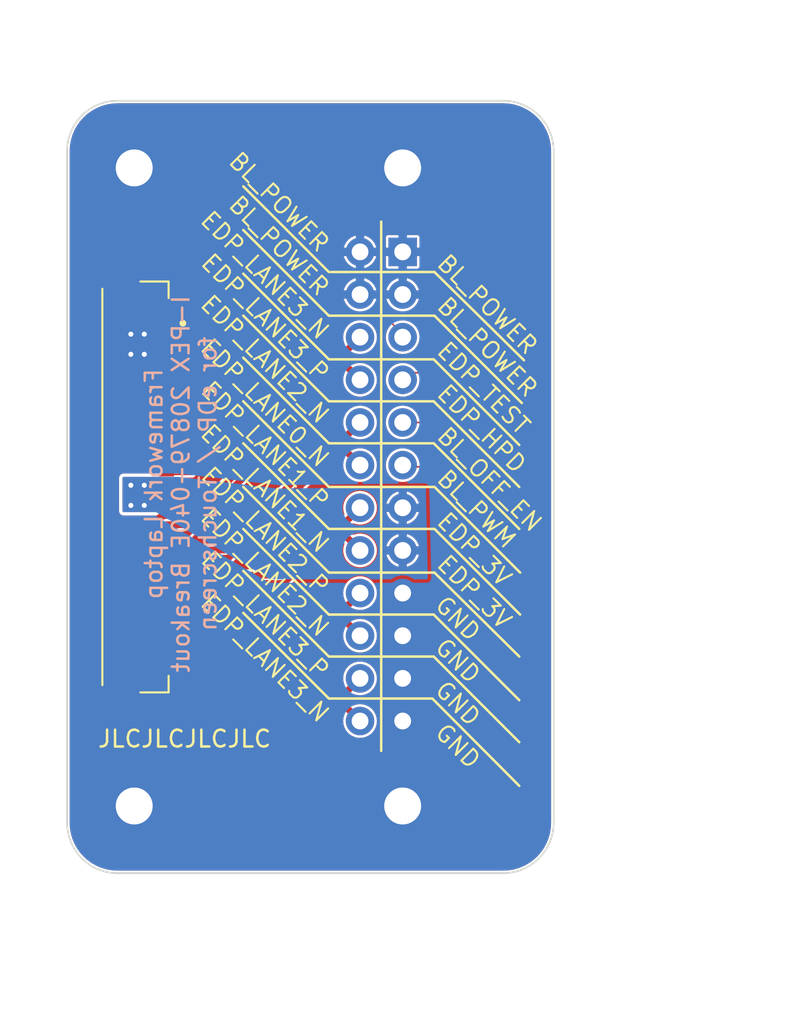
<source format=kicad_pcb>
(kicad_pcb (version 20211014) (generator pcbnew)
  (title_block (rev "5"))
  (layers (0 "F.Cu" signal) (31 "B.Cu" signal) (34 "B.Paste" user) (35 "F.Paste" user) (36 "B.SilkS" user "B.Silkscreen") (37 "F.SilkS" user "F.Silkscreen") (38 "B.Mask" user) (39 "F.Mask" user) (44 "Edge.Cuts" user))
  (net 0 "")
  (net 1 "AUX_P")
  (net 2 "AUX_N")
  (net 3 "EDP_LANE0_P")
  (net 4 "EDP_LANE0_N")
  (net 5 "EDP_LANE1_P")
  (net 6 "EDP_LANE1_N")
  (net 7 "EDP_LANE2_P")
  (net 8 "EDP_LANE2_N")
  (net 9 "EDP_LANE3_P")
  (net 10 "EDP_LANE3_N")
  (net 11 "EDP_HPD")
  (net 12 "BL_PWM_LCD")
  (net 13 "BL_OFF_EN")
  (net 14 "GND")
  (net 15 "EDP_3V")
  (net 16 "BL_POWER")
  (net 17 "EDP_SELF_TEST")
  (footprint "MountingHole:MountingHole_2.2mm_M2_DIN965_Pad" (layer "F.Cu") (at 174 95)
    (fp_text reference "H4" hide)
    (fp_text value "MountingHole_Pad")
    (pad "1" thru_hole circle (at 0 0) (size 3.8 3.8) (drill 2.2) (layers *.Cu *.Mask) (net 14 "GND"))
  )
  (footprint "MountingHole:MountingHole_2.2mm_M2_DIN965_Pad" (layer "F.Cu") (at 158 57)
    (fp_text reference "H1" hide)
    (fp_text value "MountingHole_Pad")
    (pad "1" thru_hole circle (at 0 0) (size 3.8 3.8) (drill 2.2) (layers *.Cu *.Mask) (net 14 "GND"))
  )
  (footprint "MountingHole:MountingHole_2.2mm_M2_DIN965_Pad" (layer "F.Cu") (at 158 95)
    (fp_text reference "H2" hide)
    (fp_text value "MountingHole_Pad")
    (pad "1" thru_hole circle (at 0 0) (size 3.8 3.8) (drill 2.2) (layers *.Cu *.Mask) (net 14 "GND"))
  )
  (footprint "MountingHole:MountingHole_2.2mm_M2_DIN965_Pad" (layer "F.Cu") (at 174 57)
    (fp_text reference "H3" hide)
    (fp_text value "MountingHole_Pad")
    (pad "1" thru_hole circle (at 0 0) (size 3.8 3.8) (drill 2.2) (layers *.Cu *.Mask) (net 14 "GND"))
  )
  (footprint "Connector_PinSocket_2.54mm:PinSocket_2x12_P2.54mm_Vertical" (layer "F.Cu") (at 174 62)
    (fp_text reference "J2" hide)
    (fp_text value "Conn_01x40")
    (pad "1" thru_hole rect (at 0 0) (size 1.7 1.7) (drill 1) (layers *.Cu *.Mask) (net 16 "BL_POWER"))
    (pad "2" thru_hole oval (at -2.54 0) (size 1.7 1.7) (drill 1) (layers *.Cu *.Mask) (net 16 "BL_POWER"))
    (pad "3" thru_hole oval (at 0 2.54) (size 1.7 1.7) (drill 1) (layers *.Cu *.Mask) (net 16 "BL_POWER"))
    (pad "4" thru_hole oval (at -2.54 2.54) (size 1.7 1.7) (drill 1) (layers *.Cu *.Mask) (net 16 "BL_POWER"))
    (pad "5" thru_hole oval (at 0 5.08) (size 1.7 1.7) (drill 1) (layers *.Cu *.Mask) (net 17 "EDP_SELF_TEST"))
    (pad "6" thru_hole oval (at -2.54 5.08) (size 1.7 1.7) (drill 1) (layers *.Cu *.Mask) (net 2 "AUX_N"))
    (pad "7" thru_hole oval (at 0 7.62) (size 1.7 1.7) (drill 1) (layers *.Cu *.Mask) (net 11 "EDP_HPD"))
    (pad "8" thru_hole oval (at -2.54 7.62) (size 1.7 1.7) (drill 1) (layers *.Cu *.Mask) (net 1 "AUX_P"))
    (pad "9" thru_hole oval (at 0 10.16) (size 1.7 1.7) (drill 1) (layers *.Cu *.Mask) (net 13 "BL_OFF_EN"))
    (pad "10" thru_hole oval (at -2.54 10.16) (size 1.7 1.7) (drill 1) (layers *.Cu *.Mask) (net 3 "EDP_LANE0_P"))
    (pad "11" thru_hole oval (at 0 12.7) (size 1.7 1.7) (drill 1) (layers *.Cu *.Mask) (net 12 "BL_PWM_LCD"))
    (pad "12" thru_hole oval (at -2.54 12.7) (size 1.7 1.7) (drill 1) (layers *.Cu *.Mask) (net 4 "EDP_LANE0_N"))
    (pad "13" thru_hole oval (at 0 15.24) (size 1.7 1.7) (drill 1) (layers *.Cu *.Mask) (net 15 "EDP_3V"))
    (pad "14" thru_hole oval (at -2.54 15.24) (size 1.7 1.7) (drill 1) (layers *.Cu *.Mask) (net 5 "EDP_LANE1_P"))
    (pad "15" thru_hole oval (at 0 17.78) (size 1.7 1.7) (drill 1) (layers *.Cu *.Mask) (net 15 "EDP_3V"))
    (pad "16" thru_hole oval (at -2.54 17.78) (size 1.7 1.7) (drill 1) (layers *.Cu *.Mask) (net 6 "EDP_LANE1_N"))
    (pad "17" thru_hole oval (at 0 20.32) (size 1.7 1.7) (drill 1) (layers *.Cu *.Mask) (net 14 "GND"))
    (pad "18" thru_hole oval (at -2.54 20.32) (size 1.7 1.7) (drill 1) (layers *.Cu *.Mask) (net 7 "EDP_LANE2_P"))
    (pad "19" thru_hole oval (at 0 22.86) (size 1.7 1.7) (drill 1) (layers *.Cu *.Mask) (net 14 "GND"))
    (pad "20" thru_hole oval (at -2.54 22.86) (size 1.7 1.7) (drill 1) (layers *.Cu *.Mask) (net 8 "EDP_LANE2_N"))
    (pad "21" thru_hole oval (at 0 25.4) (size 1.7 1.7) (drill 1) (layers *.Cu *.Mask) (net 14 "GND"))
    (pad "22" thru_hole oval (at -2.54 25.4) (size 1.7 1.7) (drill 1) (layers *.Cu *.Mask) (net 9 "EDP_LANE3_P"))
    (pad "23" thru_hole oval (at 0 27.94) (size 1.7 1.7) (drill 1) (layers *.Cu *.Mask) (net 14 "GND"))
    (pad "24" thru_hole oval (at -2.54 27.94) (size 1.7 1.7) (drill 1) (layers *.Cu *.Mask) (net 10 "EDP_LANE3_N"))
  )
  (footprint "footprints:IPEX_20455-040E-76" (layer "F.Cu") (at 158 76 -90)
    (fp_text reference "J1" hide)
    (fp_text value "20879-040E-01")
    (fp_line (start 11.25 -2.05) (end 12.235 -2.05) (layer "F.SilkS") (width 0.127))
    (fp_line (start -12.235 -2.05) (end -11.25 -2.05) (layer "F.SilkS") (width 0.127))
    (fp_line (start -12.235 -2.05) (end -12.235 -0.37) (layer "F.SilkS") (width 0.127))
    (fp_line (start 12.235 -2.05) (end 12.235 -0.37) (layer "F.SilkS") (width 0.127))
    (fp_line (start -11.8 1.9) (end 11.8 1.9) (layer "F.SilkS") (width 0.127))
    (fp_circle (center -9.75 -2.9) (end -9.65 -2.9) (layer "F.SilkS") (width 0.2) (fill none))
    (pad "1" smd rect (at 9.75 -1.92 270) (size 0.25 0.9) (layers "F.Cu" "F.Paste" "F.Mask"))
    (pad "2" smd rect (at 9.25 -1.92 270) (size 0.25 0.9) (layers "F.Cu" "F.Paste" "F.Mask") (net 14 "GND"))
    (pad "3" smd rect (at 8.75 -1.92 270) (size 0.25 0.9) (layers "F.Cu" "F.Paste" "F.Mask") (net 10 "EDP_LANE3_N"))
    (pad "4" smd rect (at 8.25 -1.92 270) (size 0.25 0.9) (layers "F.Cu" "F.Paste" "F.Mask") (net 9 "EDP_LANE3_P"))
    (pad "5" smd rect (at 7.75 -1.92 270) (size 0.25 0.9) (layers "F.Cu" "F.Paste" "F.Mask") (net 14 "GND"))
    (pad "6" smd rect (at 7.25 -1.92 270) (size 0.25 0.9) (layers "F.Cu" "F.Paste" "F.Mask") (net 8 "EDP_LANE2_N"))
    (pad "7" smd rect (at 6.75 -1.92 270) (size 0.25 0.9) (layers "F.Cu" "F.Paste" "F.Mask") (net 7 "EDP_LANE2_P"))
    (pad "8" smd rect (at 6.25 -1.92 270) (size 0.25 0.9) (layers "F.Cu" "F.Paste" "F.Mask") (net 14 "GND"))
    (pad "9" smd rect (at 5.75 -1.92 270) (size 0.25 0.9) (layers "F.Cu" "F.Paste" "F.Mask") (net 6 "EDP_LANE1_N"))
    (pad "10" smd rect (at 5.25 -1.92 270) (size 0.25 0.9) (layers "F.Cu" "F.Paste" "F.Mask") (net 5 "EDP_LANE1_P"))
    (pad "11" smd rect (at 4.75 -1.92 270) (size 0.25 0.9) (layers "F.Cu" "F.Paste" "F.Mask") (net 14 "GND"))
    (pad "12" smd rect (at 4.25 -1.92 270) (size 0.25 0.9) (layers "F.Cu" "F.Paste" "F.Mask") (net 4 "EDP_LANE0_N"))
    (pad "13" smd rect (at 3.75 -1.92 270) (size 0.25 0.9) (layers "F.Cu" "F.Paste" "F.Mask") (net 3 "EDP_LANE0_P"))
    (pad "14" smd rect (at 3.25 -1.92 270) (size 0.25 0.9) (layers "F.Cu" "F.Paste" "F.Mask") (net 14 "GND"))
    (pad "15" smd rect (at 2.75 -1.92 270) (size 0.25 0.9) (layers "F.Cu" "F.Paste" "F.Mask") (net 1 "AUX_P"))
    (pad "16" smd rect (at 2.25 -1.92 270) (size 0.25 0.9) (layers "F.Cu" "F.Paste" "F.Mask") (net 2 "AUX_N"))
    (pad "17" smd rect (at 1.75 -1.92 270) (size 0.25 0.9) (layers "F.Cu" "F.Paste" "F.Mask") (net 14 "GND"))
    (pad "18" smd rect (at 1.25 -1.92 270) (size 0.25 0.9) (layers "F.Cu" "F.Paste" "F.Mask") (net 15 "EDP_3V"))
    (pad "19" smd rect (at 0.75 -1.92 270) (size 0.25 0.9) (layers "F.Cu" "F.Paste" "F.Mask") (net 15 "EDP_3V"))
    (pad "20" smd rect (at 0.25 -1.92 270) (size 0.25 0.9) (layers "F.Cu" "F.Paste" "F.Mask") (net 15 "EDP_3V"))
    (pad "21" smd rect (at -0.25 -1.92 270) (size 0.25 0.9) (layers "F.Cu" "F.Paste" "F.Mask") (net 15 "EDP_3V"))
    (pad "22" smd rect (at -0.75 -1.92 270) (size 0.25 0.9) (layers "F.Cu" "F.Paste" "F.Mask") (net 17 "EDP_SELF_TEST"))
    (pad "23" smd rect (at -1.25 -1.92 270) (size 0.25 0.9) (layers "F.Cu" "F.Paste" "F.Mask") (net 14 "GND"))
    (pad "24" smd rect (at -1.75 -1.92 270) (size 0.25 0.9) (layers "F.Cu" "F.Paste" "F.Mask") (net 14 "GND"))
    (pad "25" smd rect (at -2.25 -1.92 270) (size 0.25 0.9) (layers "F.Cu" "F.Paste" "F.Mask") (net 14 "GND"))
    (pad "26" smd rect (at -2.75 -1.92 270) (size 0.25 0.9) (layers "F.Cu" "F.Paste" "F.Mask") (net 14 "GND"))
    (pad "27" smd rect (at -3.25 -1.92 270) (size 0.25 0.9) (layers "F.Cu" "F.Paste" "F.Mask") (net 11 "EDP_HPD"))
    (pad "28" smd rect (at -3.75 -1.92 270) (size 0.25 0.9) (layers "F.Cu" "F.Paste" "F.Mask") (net 14 "GND"))
    (pad "29" smd rect (at -4.25 -1.92 270) (size 0.25 0.9) (layers "F.Cu" "F.Paste" "F.Mask") (net 14 "GND"))
    (pad "30" smd rect (at -4.75 -1.92 270) (size 0.25 0.9) (layers "F.Cu" "F.Paste" "F.Mask") (net 14 "GND"))
    (pad "31" smd rect (at -5.25 -1.92 270) (size 0.25 0.9) (layers "F.Cu" "F.Paste" "F.Mask") (net 14 "GND"))
    (pad "32" smd rect (at -5.75 -1.92 270) (size 0.25 0.9) (layers "F.Cu" "F.Paste" "F.Mask") (net 13 "BL_OFF_EN"))
    (pad "33" smd rect (at -6.25 -1.92 270) (size 0.25 0.9) (layers "F.Cu" "F.Paste" "F.Mask") (net 12 "BL_PWM_LCD"))
    (pad "34" smd rect (at -6.75 -1.92 270) (size 0.25 0.9) (layers "F.Cu" "F.Paste" "F.Mask"))
    (pad "35" smd rect (at -7.25 -1.92 270) (size 0.25 0.9) (layers "F.Cu" "F.Paste" "F.Mask"))
    (pad "36" smd rect (at -7.75 -1.92 270) (size 0.25 0.9) (layers "F.Cu" "F.Paste" "F.Mask") (net 16 "BL_POWER"))
    (pad "37" smd rect (at -8.25 -1.92 270) (size 0.25 0.9) (layers "F.Cu" "F.Paste" "F.Mask") (net 16 "BL_POWER"))
    (pad "38" smd rect (at -8.75 -1.92 270) (size 0.25 0.9) (layers "F.Cu" "F.Paste" "F.Mask") (net 16 "BL_POWER"))
    (pad "39" smd rect (at -9.25 -1.92 270) (size 0.25 0.9) (layers "F.Cu" "F.Paste" "F.Mask") (net 16 "BL_POWER"))
    (pad "40" smd rect (at -9.75 -1.92 270) (size 0.25 0.9) (layers "F.Cu" "F.Paste" "F.Mask"))
    (pad "S1" smd rect (at -10.65 -1.92 270) (size 0.55 0.9) (layers "F.Cu" "F.Paste" "F.Mask") (net 14 "GND"))
    (pad "S2" smd rect (at -12.85 0.9 270) (size 1.4 1.9) (layers "F.Cu" "F.Paste" "F.Mask") (net 14 "GND"))
    (pad "S3" smd rect (at 10.65 -1.92 270) (size 0.55 0.9) (layers "F.Cu" "F.Paste" "F.Mask") (net 14 "GND"))
    (pad "S4" smd rect (at 12.85 0.9 270) (size 1.4 1.9) (layers "F.Cu" "F.Paste" "F.Mask") (net 14 "GND"))
  )
  (gr_line (start 175.768 88.6) (end 169.6 88.6) (layer "F.SilkS") (width 0.15))
  (gr_line (start 169.6 83.6) (end 164.5 78.5) (layer "F.SilkS") (width 0.15))
  (gr_line (start 175.85 70.9) (end 169.6 70.9) (layer "F.SilkS") (width 0.15))
  (gr_line (start 169.6 76) (end 164.5 70.9) (layer "F.SilkS") (width 0.15))
  (gr_line (start 169.6 88.6) (end 164.5 83.5) (layer "F.SilkS") (width 0.15))
  (gr_line (start 169.6 65.8) (end 164.5 60.7) (layer "F.SilkS") (width 0.15))
  (gr_line (start 175.85 73.4) (end 180.95 78.5) (layer "F.SilkS") (width 0.15))
  (gr_line (start 175.895 65.8) (end 181.102 71) (layer "F.SilkS") (width 0.15))
  (gr_line (start 175.85 83.6) (end 180.95 88.7) (layer "F.SilkS") (width 0.15))
  (gr_line (start 175.85 86.1) (end 180.95 91.2) (layer "F.SilkS") (width 0.15))
  (gr_line (start 175.85 68.4) (end 180.95 73.5) (layer "F.SilkS") (width 0.15))
  (gr_line (start 169.6 73.4) (end 164.5 68.3) (layer "F.SilkS") (width 0.15))
  (gr_line (start 175.895 81.1) (end 180.95 86.1) (layer "F.SilkS") (width 0.15))
  (gr_line (start 175.9 76) (end 181 81.1) (layer "F.SilkS") (width 0.15))
  (gr_line (start 175.768 88.6) (end 180.95 93.8) (layer "F.SilkS") (width 0.15))
  (gr_line (start 169.6 81.1) (end 164.5 76) (layer "F.SilkS") (width 0.15))
  (gr_line (start 169.6 70.9) (end 164.5 65.8) (layer "F.SilkS") (width 0.15))
  (gr_line (start 169.6 68.4) (end 164.5 63.3) (layer "F.SilkS") (width 0.15))
  (gr_line (start 175.85 86.1) (end 169.6 86.1) (layer "F.SilkS") (width 0.15))
  (gr_line (start 169.6 86.1) (end 164.5 81) (layer "F.SilkS") (width 0.15))
  (gr_line (start 175.9 78.5) (end 181 83.6) (layer "F.SilkS") (width 0.15))
  (gr_line (start 175.895 63.2) (end 169.727 63.2) (layer "F.SilkS") (width 0.15))
  (gr_line (start 175.895 65.8) (end 169.6 65.8) (layer "F.SilkS") (width 0.15))
  (gr_line (start 175.85 68.4) (end 169.6 68.4) (layer "F.SilkS") (width 0.15))
  (gr_line (start 175.9 76) (end 169.6 76) (layer "F.SilkS") (width 0.15))
  (gr_line (start 175.895 63.2) (end 181.229 68.453) (layer "F.SilkS") (width 0.15))
  (gr_line (start 175.85 73.4) (end 169.6 73.4) (layer "F.SilkS") (width 0.15))
  (gr_line (start 175.85 83.6) (end 169.6 83.6) (layer "F.SilkS") (width 0.15))
  (gr_line (start 172.72 60.198) (end 172.72 91.72) (layer "F.SilkS") (width 0.15))
  (gr_line (start 169.6 78.5) (end 164.5 73.4) (layer "F.SilkS") (width 0.15))
  (gr_line (start 175.9 78.5) (end 169.6 78.5) (layer "F.SilkS") (width 0.15))
  (gr_line (start 169.6 63.2) (end 164.5 58.1) (layer "F.SilkS") (width 0.15))
  (gr_line (start 175.85 70.9) (end 180.95 76) (layer "F.SilkS") (width 0.15))
  (gr_line (start 175.895 81.1) (end 169.6 81.1) (layer "F.SilkS") (width 0.15))
  (gr_arc (start 156.99998 99) (mid 154.878647 98.121327) (end 153.99998 96) (layer "Edge.Cuts") (width 0.1))
  (gr_arc (start 183 96) (mid 182.121319 98.121313) (end 180 99) (layer "Edge.Cuts") (width 0.1))
  (gr_arc (start 180 53) (mid 182.121333 53.878673) (end 183 56) (layer "Edge.Cuts") (width 0.1))
  (gr_line (start 180 99) (end 156.99998 99) (layer "Edge.Cuts") (width 0.1))
  (gr_line (start 153.99998 56) (end 153.99998 96) (layer "Edge.Cuts") (width 0.1))
  (gr_line (start 180 53) (end 156.99998 53) (layer "Edge.Cuts") (width 0.1))
  (gr_arc (start 153.99998 56) (mid 154.878661 53.878687) (end 156.99998 53) (layer "Edge.Cuts") (width 0.1))
  (gr_line (start 183 56) (end 183 96) (layer "Edge.Cuts") (width 0.1))
  (gr_text "Framework Laptop\nI-PEX 20879-040E Breakout\nfor eDP / Touchscreen\n" (at 160.782 75.819 90) (layer "B.SilkS") (effects (font (size 1 1)) (justify mirror)))
  (gr_text "EDP_LANE3_P" (at 169.4 87.2 -45) (layer "F.SilkS") (effects (font (size 1 1) (thickness 0.125)) (justify right)))
  (gr_text "EDP_LANE2_N" (at 169.4 84.7 -45) (layer "F.SilkS") (effects (font (size 1 1) (thickness 0.125)) (justify right)))
  (gr_text "GND" (at 176.149 82.7 -45) (layer "F.SilkS") (effects (font (size 1 1) (thickness 0.125)) (justify left)))
  (gr_text "JLCJLCJLCJLC" (at 161 91) (layer "F.SilkS") (effects (font (size 1 1))))
  (gr_text "EDP_LANE0_N" (at 169.4 74.6 -45) (layer "F.SilkS") (effects (font (size 1 1) (thickness 0.125)) (justify right)))
  (gr_text "BL_POWER" (at 169.4 64.4 -45) (layer "F.SilkS") (effects (font (size 1 1) (thickness 0.125)) (justify right)))
  (gr_text "EDP_HPD" (at 176.276 70.104 -45) (layer "F.SilkS") (effects (font (size 1 1) (thickness 0.125)) (justify left)))
  (gr_text "EDP_LANE3_N" (at 169.4 89.8 -45) (layer "F.SilkS") (effects (font (size 1 1) (thickness 0.125)) (justify right)))
  (gr_text "GND" (at 176.149 85.217 -45) (layer "F.SilkS") (effects (font (size 1 1) (thickness 0.125)) (justify left)))
  (gr_text "EDP_LANE3_N" (at 169.4 67 -45) (layer "F.SilkS") (effects (font (size 1 1) (thickness 0.125)) (justify right)))
  (gr_text "BL_POWER" (at 176.276 64.897 315) (layer "F.SilkS") (effects (font (size 1 1) (thickness 0.125)) (justify left)))
  (gr_text "BL_PWM" (at 176.276 75.184 -45) (layer "F.SilkS") (effects (font (size 1 1) (thickness 0.125)) (justify left)))
  (gr_text "EDP_LANE2_P" (at 169.4 82.2 -45) (layer "F.SilkS") (effects (font (size 1 1) (thickness 0.125)) (justify right)))
  (gr_text "EDP_3V" (at 176.276 80.264 -45) (layer "F.SilkS") (effects (font (size 1 1) (thickness 0.125)) (justify left)))
  (gr_text "BL_POWER" (at 176.276 62.357 -45) (layer "F.SilkS") (effects (font (size 1 1) (thickness 0.125)) (justify left)))
  (gr_text "EDP_LANE2_N" (at 169.4 72 -45) (layer "F.SilkS") (effects (font (size 1 1) (thickness 0.125)) (justify right)))
  (gr_text "EDP_LANE1_N" (at 169.4 79.7 -45) (layer "F.SilkS") (effects (font (size 1 1) (thickness 0.125)) (justify right)))
  (gr_text "EDP_3V" (at 176.276 77.724 -45) (layer "F.SilkS") (effects (font (size 1 1) (thickness 0.125)) (justify left)))
  (gr_text "EDP_LANE1_P" (at 169.4 77.1 -45) (layer "F.SilkS") (effects (font (size 1 1) (thickness 0.125)) (justify right)))
  (gr_text "EDP_LANE3_P" (at 169.4 69.5 -45) (layer "F.SilkS") (effects (font (size 1 1) (thickness 0.125)) (justify right)))
  (gr_text "BL_POWER" (at 169.4 61.8 -45) (layer "F.SilkS") (effects (font (size 1 1) (thickness 0.125)) (justify right)))
  (gr_text "GND" (at 176.149 87.757 -45) (layer "F.SilkS") (effects (font (size 1 1) (thickness 0.125)) (justify left)))
  (gr_text "EDP_TEST" (at 176.276 67.564 -45) (layer "F.SilkS") (effects (font (size 1 1) (thickness 0.125)) (justify left)))
  (gr_text "GND" (at 176.149 90.297 -45) (layer "F.SilkS") (effects (font (size 1 1) (thickness 0.125)) (justify left)))
  (gr_text "BL_OFF_EN" (at 176.276 72.644 -45) (layer "F.SilkS") (effects (font (size 1 1) (thickness 0.125)) (justify left)))
  (segment (start 170.435 68.595) (end 171.46 69.62) (width 0.4) (layer "F.Cu") (net 1))
  (segment (start 161.201484 78.745) (end 165.245 74.701484) (width 0.4) (layer "F.Cu") (net 1))
  (segment (start 165.245 71.201484) (end 167.851484 68.595) (width 0.4) (layer "F.Cu") (net 1))
  (segment (start 160.600001 78.745) (end 161.201484 78.745) (width 0.4) (layer "F.Cu") (net 1))
  (segment (start 165.245 74.701484) (end 165.245 71.201484) (width 0.4) (layer "F.Cu") (net 1))
  (segment (start 159.92 78.75) (end 160.595001 78.75) (width 0.4) (layer "F.Cu") (net 1))
  (segment (start 160.595001 78.75) (end 160.600001 78.745) (width 0.4) (layer "F.Cu") (net 1))
  (segment (start 167.851484 68.595) (end 170.435 68.595) (width 0.4) (layer "F.Cu") (net 1))
  (segment (start 170.435 68.105) (end 171.46 67.08) (width 0.4) (layer "F.Cu") (net 2))
  (segment (start 159.92 78.25) (end 160.595001 78.25) (width 0.4) (layer "F.Cu") (net 2))
  (segment (start 164.755 74.498516) (end 164.755 70.998516) (width 0.4) (layer "F.Cu") (net 2))
  (segment (start 160.595001 78.25) (end 160.600001 78.255) (width 0.4) (layer "F.Cu") (net 2))
  (segment (start 167.648516 68.105) (end 170.435 68.105) (width 0.4) (layer "F.Cu") (net 2))
  (segment (start 160.998516 78.255) (end 164.755 74.498516) (width 0.4) (layer "F.Cu") (net 2))
  (segment (start 164.755 70.998516) (end 167.648516 68.105) (width 0.4) (layer "F.Cu") (net 2))
  (segment (start 160.600001 78.255) (end 160.998516 78.255) (width 0.4) (layer "F.Cu") (net 2))
  (segment (start 160.600001 79.755) (end 163.398516 79.755) (width 0.4) (layer "F.Cu") (net 3))
  (segment (start 169.968516 73.185) (end 170.435 73.185) (width 0.4) (layer "F.Cu") (net 3))
  (segment (start 160.595001 79.75) (end 160.600001 79.755) (width 0.4) (layer "F.Cu") (net 3))
  (segment (start 170.435 73.185) (end 171.46 72.16) (width 0.4) (layer "F.Cu") (net 3))
  (segment (start 163.398516 79.755) (end 169.968516 73.185) (width 0.4) (layer "F.Cu") (net 3))
  (segment (start 159.92 79.75) (end 160.595001 79.75) (width 0.4) (layer "F.Cu") (net 3))
  (segment (start 170.435 73.675) (end 171.46 74.7) (width 0.4) (layer "F.Cu") (net 4))
  (segment (start 163.601484 80.245) (end 170.171484 73.675) (width 0.4) (layer "F.Cu") (net 4))
  (segment (start 160.600001 80.245) (end 163.601484 80.245) (width 0.4) (layer "F.Cu") (net 4))
  (segment (start 160.595001 80.25) (end 160.600001 80.245) (width 0.4) (layer "F.Cu") (net 4))
  (segment (start 159.92 80.25) (end 160.595001 80.25) (width 0.4) (layer "F.Cu") (net 4))
  (segment (start 170.171484 73.675) (end 170.435 73.675) (width 0.4) (layer "F.Cu") (net 4))
  (segment (start 166.698516 81.255) (end 169.688516 78.265) (width 0.4) (layer "F.Cu") (net 5))
  (segment (start 169.688516 78.265) (end 170.435 78.265) (width 0.4) (layer "F.Cu") (net 5))
  (segment (start 160.595001 81.25) (end 160.600001 81.255) (width 0.4) (layer "F.Cu") (net 5))
  (segment (start 160.600001 81.255) (end 166.698516 81.255) (width 0.4) (layer "F.Cu") (net 5))
  (segment (start 170.435 78.265) (end 171.46 77.24) (width 0.4) (layer "F.Cu") (net 5))
  (segment (start 159.92 81.25) (end 160.595001 81.25) (width 0.4) (layer "F.Cu") (net 5))
  (segment (start 159.92 81.75) (end 160.595001 81.75) (width 0.4) (layer "F.Cu") (net 6))
  (segment (start 160.600001 81.745) (end 166.901484 81.745) (width 0.4) (layer "F.Cu") (net 6))
  (segment (start 169.891484 78.755) (end 170.435 78.755) (width 0.4) (layer "F.Cu") (net 6))
  (segment (start 170.435 78.755) (end 171.46 79.78) (width 0.4) (layer "F.Cu") (net 6))
  (segment (start 166.901484 81.745) (end 169.891484 78.755) (width 0.4) (layer "F.Cu") (net 6))
  (segment (start 160.595001 81.75) (end 160.600001 81.745) (width 0.4) (layer "F.Cu") (net 6))
  (segment (start 170.435 83.345) (end 171.46 82.32) (width 0.4) (layer "F.Cu") (net 7))
  (segment (start 159.92 82.75) (end 160.595001 82.75) (width 0.4) (layer "F.Cu") (net 7))
  (segment (start 160.600001 82.755) (end 167.001484 82.755) (width 0.4) (layer "F.Cu") (net 7))
  (segment (start 160.595001 82.75) (end 160.600001 82.755) (width 0.4) (layer "F.Cu") (net 7))
  (segment (start 167.591484 83.345) (end 170.435 83.345) (width 0.4) (layer "F.Cu") (net 7))
  (segment (start 167.001484 82.755) (end 167.591484 83.345) (width 0.4) (layer "F.Cu") (net 7))
  (segment (start 159.92 83.25) (end 160.595001 83.25) (width 0.4) (layer "F.Cu") (net 8))
  (segment (start 166.798516 83.245) (end 167.388516 83.835) (width 0.4) (layer "F.Cu") (net 8))
  (segment (start 167.388516 83.835) (end 170.435 83.835) (width 0.4) (layer "F.Cu") (net 8))
  (segment (start 170.435 83.835) (end 171.46 84.86) (width 0.4) (layer "F.Cu") (net 8))
  (segment (start 160.595001 83.25) (end 160.600001 83.245) (width 0.4) (layer "F.Cu") (net 8))
  (segment (start 160.600001 83.245) (end 166.798516 83.245) (width 0.4) (layer "F.Cu") (net 8))
  (segment (start 160.245 84.25) (end 160.25 84.255) (width 0.4) (layer "F.Cu") (net 9))
  (segment (start 160.801484 84.255) (end 164.971484 88.425) (width 0.4) (layer "F.Cu") (net 9))
  (segment (start 160.25 84.255) (end 160.801484 84.255) (width 0.4) (layer "F.Cu") (net 9))
  (segment (start 170.435 88.425) (end 171.46 87.4) (width 0.4) (layer "F.Cu") (net 9))
  (segment (start 164.971484 88.425) (end 170.435 88.425) (width 0.4) (layer "F.Cu") (net 9))
  (segment (start 159.92 84.25) (end 160.245 84.25) (width 0.4) (layer "F.Cu") (net 9))
  (segment (start 164.768516 88.915) (end 170.435 88.915) (width 0.4) (layer "F.Cu") (net 10))
  (segment (start 159.92 84.75) (end 160.245 84.75) (width 0.4) (layer "F.Cu") (net 10))
  (segment (start 160.245 84.75) (end 160.25 84.745) (width 0.4) (layer "F.Cu") (net 10))
  (segment (start 170.435 88.915) (end 171.46 89.94) (width 0.4) (layer "F.Cu") (net 10))
  (segment (start 160.25 84.745) (end 160.598516 84.745) (width 0.4) (layer "F.Cu") (net 10))
  (segment (start 160.598516 84.745) (end 164.768516 88.915) (width 0.4) (layer "F.Cu") (net 10))
  (segment (start 175.4 68.8) (end 175 69.2) (width 0.09) (layer "F.Cu") (net 11))
  (segment (start 175.4 66.4) (end 175.4 68.8) (width 0.09) (layer "F.Cu") (net 11))
  (segment (start 174.42 69.2) (end 174 69.62) (width 0.09) (layer "F.Cu") (net 11))
  (segment (start 168 65.7) (end 174.7 65.7) (width 0.09) (layer "F.Cu") (net 11))
  (segment (start 174.7 65.7) (end 175.4 66.4) (width 0.09) (layer "F.Cu") (net 11))
  (segment (start 175 69.2) (end 174.42 69.2) (width 0.09) (layer "F.Cu") (net 11))
  (segment (start 159.92 72.75) (end 160.95 72.75) (width 0.09) (layer "F.Cu") (net 11))
  (segment (start 160.95 72.75) (end 168 65.7) (width 0.09) (layer "F.Cu") (net 11))
  (segment (start 174.1 74.8) (end 174 74.7) (width 0.09) (layer "F.Cu") (net 12))
  (segment (start 176.8 65) (end 176.8 73.7) (width 0.09) (layer "F.Cu") (net 12))
  (segment (start 175.7 74.8) (end 174.1 74.8) (width 0.09) (layer "F.Cu") (net 12))
  (segment (start 160.85 69.75) (end 167.4 63.2) (width 0.09) (layer "F.Cu") (net 12))
  (segment (start 176.8 73.7) (end 175.7 74.8) (width 0.09) (layer "F.Cu") (net 12))
  (segment (start 175 63.2) (end 176.8 65) (width 0.09) (layer "F.Cu") (net 12))
  (segment (start 167.4 63.2) (end 175 63.2) (width 0.09) (layer "F.Cu") (net 12))
  (segment (start 159.92 69.75) (end 160.85 69.75) (width 0.09) (layer "F.Cu") (net 12))
  (segment (start 160.65 70.25) (end 159.92 70.25) (width 0.09) (layer "F.Cu") (net 13))
  (segment (start 175.36 72.16) (end 176.6 70.92) (width 0.09) (layer "F.Cu") (net 13))
  (segment (start 174.9 63.4) (end 167.5 63.4) (width 0.09) (layer "F.Cu") (net 13))
  (segment (start 176.6 70.92) (end 176.6 65.1) (width 0.09) (layer "F.Cu") (net 13))
  (segment (start 167.5 63.4) (end 160.65 70.25) (width 0.09) (layer "F.Cu") (net 13))
  (segment (start 176.6 65.1) (end 174.9 63.4) (width 0.09) (layer "F.Cu") (net 13))
  (segment (start 174 72.16) (end 175.36 72.16) (width 0.09) (layer "F.Cu") (net 13))
  (via (at 158.6 75.9) (size 0.5) (drill 0.3) (layers "F.Cu" "B.Cu") (net 15))
  (via (at 157.8 75.9) (size 0.5) (drill 0.3) (layers "F.Cu" "B.Cu") (net 15))
  (via (at 157.8 77.1) (size 0.5) (drill 0.3) (layers "F.Cu" "B.Cu") (net 15))
  (via (at 158.6 77.1) (size 0.5) (drill 0.3) (layers "F.Cu" "B.Cu") (net 15))
  (via (at 157.8 66.9) (size 0.5) (drill 0.3) (layers "F.Cu" "B.Cu") (net 16))
  (via (at 158.6 66.9) (size 0.5) (drill 0.3) (layers "F.Cu" "B.Cu") (net 16))
  (via (at 158.6 68.1) (size 0.5) (drill 0.3) (layers "F.Cu" "B.Cu") (net 16))
  (via (at 157.8 68.1) (size 0.5) (drill 0.3) (layers "F.Cu" "B.Cu") (net 16))
  (segment (start 174 66.9) (end 174 67.08) (width 0.09) (layer "F.Cu") (net 17))
  (segment (start 163.4 73.3) (end 163.4 70.6) (width 0.09) (layer "F.Cu") (net 17))
  (segment (start 173 65.9) (end 174 66.9) (width 0.09) (layer "F.Cu") (net 17))
  (segment (start 168.1 65.9) (end 173 65.9) (width 0.09) (layer "F.Cu") (net 17))
  (segment (start 161.45 75.25) (end 163.4 73.3) (width 0.09) (layer "F.Cu") (net 17))
  (segment (start 163.4 70.6) (end 168.1 65.9) (width 0.09) (layer "F.Cu") (net 17))
  (segment (start 159.92 75.25) (end 161.45 75.25) (width 0.09) (layer "F.Cu") (net 17))
  (zone (net 15) (net_name "EDP_3V") (layer "F.Cu") (priority 1) (connect_pads (clearance 0.2)) (min_thickness 0.15) (fill yes (thermal_gap 0.15) (thermal_bridge_width 0.15) (island_removal_mode 1) (island_area_min 0))
    (polygon (pts (xy 160.4 76.5) (xy 160.4 77.5) (xy 158.6 77.5) (xy 158.1 77.5) (xy 157.3 77.5) (xy 157.3 75.4) (xy 160.4 75.4)))
  )
  (zone (net 14) (net_name "GND") (layers F&B.Cu) (connect_pads yes (clearance 0.15)) (min_thickness 0.15) (fill yes (thermal_gap 0.15) (thermal_bridge_width 0.15))
    (polygon (pts (xy 198 47) (xy 198 108) (xy 150 108) (xy 150 47)))
  )
  (zone (net 14) (net_name "GND") (layer "F.Cu") (connect_pads yes (clearance 0)) (min_thickness 0.1) (fill yes (thermal_gap 0) (thermal_bridge_width 0.1))
    (polygon (pts (xy 154.7 67.975) (xy 155.975 67.975) (xy 155.975 69.325) (xy 154.7 69.325)))
  )
  (zone (net 16) (net_name "BL_POWER") (layer "F.Cu") (priority 1) (connect_pads (clearance 0.2)) (min_thickness 0.15) (fill yes (thermal_gap 0.15) (thermal_bridge_width 0.15) (island_removal_mode 1) (island_area_min 0))
    (polygon (pts (xy 160.4 68.5) (xy 157.3 68.5) (xy 157.3 66.5) (xy 159.4 66.5) (xy 160.4 66.5)))
  )
  (zone (net 15) (net_name "EDP_3V") (layer "B.Cu") (priority 1) (connect_pads (clearance 0.2)) (min_thickness 0.15) (fill yes (thermal_gap 0.15) (thermal_bridge_width 0.5) (island_removal_mode 1) (island_area_min 0))
    (polygon (pts (xy 166.6 76.1) (xy 175.382918 75.986805) (xy 175.5 81.5) (xy 166.1 81.5) (xy 159.3 77.5) (xy 157.3 77.5) (xy 157.3 75.4) (xy 160.6 75.4)))
  )
  (zone (net 16) (net_name "BL_POWER") (layer "B.Cu") (connect_pads (clearance 0.2)) (min_thickness 0.254) (fill yes (thermal_gap 0.508) (thermal_bridge_width 0.508))
    (polygon (pts (xy 176.2 65.7) (xy 169.8 65.7) (xy 167.9 68) (xy 162.8 68) (xy 161.1 69.7) (xy 156.4 69.7) (xy 156.4 67.5) (xy 159.4 64.5) (xy 166.1 64.5) (xy 170.1 60) (xy 176.2 60)))
  )
)
</source>
